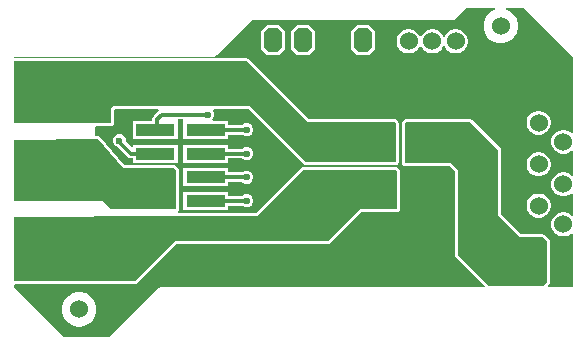
<source format=gbr>
%TF.GenerationSoftware,Altium Limited,Altium Designer,23.6.0 (18)*%
G04 Layer_Physical_Order=2*
G04 Layer_Color=16711680*
%FSLAX45Y45*%
%MOMM*%
%TF.SameCoordinates,E8FE7F88-156A-4670-BA50-05D3EA163389*%
%TF.FilePolarity,Positive*%
%TF.FileFunction,Copper,L2,Bot,Signal*%
%TF.Part,Single*%
G01*
G75*
%TA.AperFunction,Conductor*%
%ADD12C,0.30000*%
%TA.AperFunction,ViaPad*%
%ADD15C,1.52400*%
%TA.AperFunction,ComponentPad*%
G04:AMPARAMS|DCode=16|XSize=2.032mm|YSize=1.524mm|CornerRadius=0mm|HoleSize=0mm|Usage=FLASHONLY|Rotation=90.000|XOffset=0mm|YOffset=0mm|HoleType=Round|Shape=Octagon|*
%AMOCTAGOND16*
4,1,8,0.38100,1.01600,-0.38100,1.01600,-0.76200,0.63500,-0.76200,-0.63500,-0.38100,-1.01600,0.38100,-1.01600,0.76200,-0.63500,0.76200,0.63500,0.38100,1.01600,0.0*
%
%ADD16OCTAGOND16*%

%TA.AperFunction,ViaPad*%
%ADD17C,0.60000*%
%TA.AperFunction,SMDPad,CuDef*%
%ADD18R,3.30000X1.02000*%
G36*
X4771154Y1983909D02*
Y1349124D01*
X4759420Y1344264D01*
X4752384Y1351300D01*
X4729216Y1364676D01*
X4703376Y1371600D01*
X4676624D01*
X4650784Y1364676D01*
X4627616Y1351300D01*
X4608700Y1332384D01*
X4595324Y1309216D01*
X4588400Y1283376D01*
Y1256624D01*
X4595324Y1230784D01*
X4608700Y1207616D01*
X4627616Y1188700D01*
X4650784Y1175324D01*
X4676624Y1168400D01*
X4703376D01*
X4729216Y1175324D01*
X4752384Y1188700D01*
X4759420Y1195736D01*
X4771154Y1190876D01*
Y989124D01*
X4759420Y984264D01*
X4752384Y991300D01*
X4729216Y1004676D01*
X4703376Y1011600D01*
X4676624D01*
X4650784Y1004676D01*
X4627616Y991300D01*
X4608700Y972384D01*
X4595324Y949216D01*
X4588400Y923376D01*
Y896624D01*
X4595324Y870784D01*
X4608700Y847616D01*
X4627616Y828700D01*
X4650784Y815324D01*
X4676624Y808400D01*
X4703376D01*
X4729216Y815324D01*
X4752384Y828700D01*
X4759420Y835736D01*
X4771154Y830876D01*
Y649124D01*
X4759420Y644264D01*
X4752384Y651300D01*
X4729216Y664676D01*
X4703376Y671600D01*
X4676624D01*
X4650784Y664676D01*
X4627616Y651300D01*
X4608700Y632384D01*
X4595324Y609216D01*
X4588400Y583376D01*
Y556624D01*
X4595324Y530784D01*
X4608700Y507616D01*
X4627616Y488700D01*
X4650784Y475324D01*
X4676624Y468400D01*
X4703376D01*
X4729216Y475324D01*
X4752384Y488700D01*
X4759420Y495736D01*
X4771154Y490876D01*
Y38847D01*
X4562065D01*
X4557204Y50580D01*
X4568312Y61688D01*
X4573926Y70090D01*
X4575898Y80000D01*
Y430000D01*
X4573926Y439911D01*
X4568312Y448313D01*
X4538312Y478312D01*
X4529911Y483926D01*
X4520000Y485898D01*
X4330727D01*
X4165898Y650727D01*
Y1200000D01*
X4163926Y1209910D01*
X4158312Y1218312D01*
X3918312Y1458312D01*
X3909910Y1463926D01*
X3900000Y1465897D01*
X3360000D01*
X3350089Y1463926D01*
X3341687Y1458312D01*
X3331688Y1448312D01*
X3326074Y1439911D01*
X3324102Y1430000D01*
Y1090000D01*
X3326074Y1080090D01*
X3331688Y1071688D01*
X3340089Y1066074D01*
X3350000Y1064103D01*
X3729273D01*
X3774102Y1019273D01*
Y310000D01*
X3776074Y300089D01*
X3781688Y291687D01*
X4022795Y50580D01*
X4017935Y38847D01*
X1280000D01*
X1265134Y35889D01*
X1252531Y27469D01*
X843909Y-381153D01*
X456091D01*
X38847Y36091D01*
Y53372D01*
X50000Y64102D01*
X1060000D01*
X1069910Y66074D01*
X1078312Y71688D01*
X1410727Y404102D01*
X2700000D01*
X2709911Y406074D01*
X2718312Y411688D01*
X2980727Y674103D01*
X3280000D01*
X3289911Y676074D01*
X3298312Y681688D01*
X3303926Y690090D01*
X3305898Y700000D01*
Y1020000D01*
X3303926Y1029911D01*
X3298312Y1038312D01*
X3288312Y1048312D01*
X3279911Y1053926D01*
X3270000Y1055898D01*
X2490000D01*
X2480090Y1053926D01*
X2471688Y1048312D01*
X2089273Y665898D01*
X1427540D01*
X1423688Y678598D01*
X1428312Y681688D01*
X1433926Y690090D01*
X1435898Y700000D01*
Y1030000D01*
X1433926Y1039911D01*
X1428312Y1048312D01*
X1408312Y1068312D01*
X1399911Y1073926D01*
X1390000Y1075898D01*
X971846D01*
X770962Y1308304D01*
X770151Y1308935D01*
X769577Y1309785D01*
X766191Y1312019D01*
X762989Y1314513D01*
X762000Y1314786D01*
X761143Y1315351D01*
X757159Y1316120D01*
X753248Y1317198D01*
X752229Y1317071D01*
X751221Y1317266D01*
X736329Y1317181D01*
X728245Y1326976D01*
X728846Y1330000D01*
Y1390000D01*
X727994Y1394285D01*
X736051Y1404102D01*
X860000D01*
X869911Y1406074D01*
X878312Y1411688D01*
X883926Y1420089D01*
X885898Y1430000D01*
Y1539273D01*
X890727Y1544102D01*
X1260426D01*
X1264279Y1531402D01*
X1260874Y1529127D01*
X1220873Y1489127D01*
X1211944Y1475763D01*
X1208809Y1460000D01*
Y1446400D01*
X1046100D01*
Y1293600D01*
X1426900D01*
Y1446399D01*
X1426900D01*
X1427603Y1458809D01*
X1472397D01*
X1473100Y1446399D01*
X1473100D01*
Y1293600D01*
X1853900D01*
Y1328808D01*
X1972844D01*
X1978619Y1323034D01*
X1998980Y1314600D01*
X2021020D01*
X2041381Y1323034D01*
X2056966Y1338618D01*
X2065400Y1358980D01*
Y1381020D01*
X2056966Y1401381D01*
X2041381Y1416966D01*
X2021020Y1425400D01*
X1998980D01*
X1978619Y1416966D01*
X1972844Y1411191D01*
X1853900D01*
Y1446400D01*
X1722708D01*
X1717447Y1459100D01*
X1726966Y1468619D01*
X1735400Y1488980D01*
Y1511020D01*
X1726966Y1531381D01*
X1725978Y1532369D01*
X1730839Y1544102D01*
X2029273D01*
X2491688Y1081688D01*
X2500089Y1076074D01*
X2510000Y1074103D01*
X3270000D01*
X3279911Y1076074D01*
X3288312Y1081688D01*
X3293926Y1090090D01*
X3295898Y1100000D01*
Y1430000D01*
X3293926Y1439911D01*
X3288312Y1448312D01*
X3278312Y1458312D01*
X3269911Y1463926D01*
X3260000Y1465897D01*
X2530727D01*
X2028312Y1968312D01*
X2019911Y1973926D01*
X2010000Y1975897D01*
X38847D01*
Y1991153D01*
X1730000D01*
X1744866Y1994111D01*
X1757469Y2002531D01*
X2056091Y2301153D01*
X3750000D01*
X3764866Y2304110D01*
X3777469Y2312531D01*
X3866091Y2401153D01*
X4113261D01*
X4114933Y2388453D01*
X4103878Y2385491D01*
X4070722Y2366349D01*
X4043651Y2339278D01*
X4024509Y2306122D01*
X4014600Y2269142D01*
Y2230858D01*
X4024509Y2193878D01*
X4043651Y2160722D01*
X4070722Y2133651D01*
X4103878Y2114509D01*
X4140858Y2104600D01*
X4179142D01*
X4216122Y2114509D01*
X4249278Y2133651D01*
X4276349Y2160722D01*
X4295491Y2193878D01*
X4305400Y2230858D01*
Y2269142D01*
X4295491Y2306122D01*
X4276349Y2339278D01*
X4249278Y2366349D01*
X4216122Y2385491D01*
X4205068Y2388453D01*
X4206740Y2401153D01*
X4353910D01*
X4771154Y1983909D01*
D02*
G37*
G36*
X2520000Y1440000D02*
X3260000D01*
X3270000Y1430000D01*
Y1100000D01*
X2510000D01*
X2040000Y1570000D01*
X880000D01*
X860000Y1550000D01*
Y1430000D01*
X38847D01*
Y1950000D01*
X2010000D01*
X2520000Y1440000D01*
D02*
G37*
G36*
X960000Y1050000D02*
X1390000D01*
X1410000Y1030000D01*
Y700000D01*
X860000D01*
X790000Y770000D01*
X38847D01*
Y1287312D01*
X751369Y1291369D01*
X960000Y1050000D01*
D02*
G37*
G36*
X3280000Y1020000D02*
Y700000D01*
X2970000D01*
X2700000Y430000D01*
X1400000D01*
X1060000Y90000D01*
X50000D01*
X38847Y101153D01*
Y631153D01*
X690000D01*
X704866Y634110D01*
X713680Y640000D01*
X2100000D01*
X2490000Y1030000D01*
X3270000D01*
X3280000Y1020000D01*
D02*
G37*
G36*
X4140000Y1200000D02*
Y640000D01*
X4320000Y460000D01*
X4520000D01*
X4550000Y430000D01*
Y80000D01*
X4520000Y50000D01*
X4060000D01*
X3800000Y310000D01*
Y1030000D01*
X3740000Y1090000D01*
X3350000D01*
Y1430000D01*
X3360000Y1440000D01*
X3900000D01*
X4140000Y1200000D01*
D02*
G37*
%LPC*%
G36*
X3793376Y2221600D02*
X3766624D01*
X3740784Y2214677D01*
X3717616Y2201301D01*
X3698699Y2182384D01*
X3687031Y2162175D01*
X3681669Y2160891D01*
X3678331D01*
X3672968Y2162175D01*
X3661300Y2182384D01*
X3642384Y2201301D01*
X3619216Y2214677D01*
X3593376Y2221600D01*
X3566624D01*
X3540784Y2214677D01*
X3517616Y2201301D01*
X3498700Y2182384D01*
X3487032Y2162175D01*
X3481669Y2160891D01*
X3478331D01*
X3472968Y2162175D01*
X3461300Y2182384D01*
X3442384Y2201301D01*
X3419216Y2214677D01*
X3393376Y2221600D01*
X3366624D01*
X3340784Y2214677D01*
X3317616Y2201301D01*
X3298700Y2182384D01*
X3285324Y2159216D01*
X3278400Y2133376D01*
Y2106624D01*
X3285324Y2080784D01*
X3298700Y2057616D01*
X3317616Y2038700D01*
X3340784Y2025324D01*
X3366624Y2018400D01*
X3393376D01*
X3419216Y2025324D01*
X3442384Y2038700D01*
X3461300Y2057616D01*
X3472968Y2077826D01*
X3478331Y2079110D01*
X3481669D01*
X3487032Y2077826D01*
X3498700Y2057616D01*
X3517616Y2038700D01*
X3540784Y2025324D01*
X3566624Y2018400D01*
X3593376D01*
X3619216Y2025324D01*
X3642384Y2038700D01*
X3661300Y2057616D01*
X3672968Y2077826D01*
X3678331Y2079110D01*
X3681669D01*
X3687031Y2077826D01*
X3698699Y2057616D01*
X3717616Y2038700D01*
X3740784Y2025324D01*
X3766624Y2018400D01*
X3793376D01*
X3819216Y2025324D01*
X3842384Y2038700D01*
X3861300Y2057616D01*
X3874676Y2080784D01*
X3881600Y2106624D01*
Y2133376D01*
X3874676Y2159216D01*
X3861300Y2182384D01*
X3842384Y2201301D01*
X3819216Y2214677D01*
X3793376Y2221600D01*
D02*
G37*
G36*
X3040800Y2257000D02*
X2939200D01*
X2888400Y2206200D01*
Y2053800D01*
X2939200Y2003000D01*
X3040800D01*
X3091600Y2053800D01*
Y2206200D01*
X3040800Y2257000D01*
D02*
G37*
G36*
X2532800D02*
X2431200D01*
X2380400Y2206200D01*
Y2053800D01*
X2431200Y2003000D01*
X2532800D01*
X2583600Y2053800D01*
Y2206200D01*
X2532800Y2257000D01*
D02*
G37*
G36*
X2278800D02*
X2177200D01*
X2126400Y2206200D01*
Y2053800D01*
X2177200Y2003000D01*
X2278800D01*
X2329600Y2053800D01*
Y2206200D01*
X2278800Y2257000D01*
D02*
G37*
G36*
X4493376Y1531600D02*
X4466624D01*
X4440784Y1524676D01*
X4417616Y1511301D01*
X4398700Y1492384D01*
X4385324Y1469216D01*
X4378400Y1443376D01*
Y1416624D01*
X4385324Y1390784D01*
X4398700Y1367616D01*
X4417616Y1348700D01*
X4440784Y1335324D01*
X4466624Y1328400D01*
X4493376D01*
X4519216Y1335324D01*
X4542384Y1348700D01*
X4561300Y1367616D01*
X4574676Y1390784D01*
X4581600Y1416624D01*
Y1443376D01*
X4574676Y1469216D01*
X4561300Y1492384D01*
X4542384Y1511301D01*
X4519216Y1524676D01*
X4493376Y1531600D01*
D02*
G37*
G36*
X1853900Y1246400D02*
X1473100D01*
Y1093600D01*
X1853900D01*
Y1128809D01*
X1972844D01*
X1978619Y1123034D01*
X1998980Y1114600D01*
X2021020D01*
X2041381Y1123034D01*
X2056966Y1138618D01*
X2065400Y1158980D01*
Y1181020D01*
X2056966Y1201381D01*
X2041381Y1216966D01*
X2021020Y1225400D01*
X1998980D01*
X1978619Y1216966D01*
X1972844Y1211191D01*
X1853900D01*
Y1246400D01*
D02*
G37*
G36*
X941020Y1335400D02*
X918980D01*
X898618Y1326966D01*
X883034Y1311381D01*
X874600Y1291020D01*
Y1268980D01*
X883034Y1248619D01*
X898618Y1233034D01*
X915850Y1225896D01*
X1000874Y1140873D01*
X1014237Y1131944D01*
X1030000Y1128809D01*
X1046100D01*
Y1093600D01*
X1426900D01*
Y1246400D01*
X1046100D01*
Y1228747D01*
X1034367Y1223887D01*
X985400Y1272854D01*
Y1291020D01*
X976966Y1311381D01*
X961381Y1326966D01*
X941020Y1335400D01*
D02*
G37*
G36*
X4493376Y1181600D02*
X4466624D01*
X4440784Y1174676D01*
X4417616Y1161300D01*
X4398700Y1142384D01*
X4385324Y1119216D01*
X4378400Y1093376D01*
Y1066624D01*
X4385324Y1040784D01*
X4398700Y1017616D01*
X4417616Y998700D01*
X4440784Y985324D01*
X4466624Y978400D01*
X4493376D01*
X4519216Y985324D01*
X4542384Y998700D01*
X4561300Y1017616D01*
X4574676Y1040784D01*
X4581600Y1066624D01*
Y1093376D01*
X4574676Y1119216D01*
X4561300Y1142384D01*
X4542384Y1161300D01*
X4519216Y1174676D01*
X4493376Y1181600D01*
D02*
G37*
G36*
X1853900Y1046400D02*
X1473100D01*
Y893600D01*
X1853900D01*
Y928808D01*
X1972844D01*
X1978619Y923034D01*
X1998980Y914600D01*
X2021020D01*
X2041381Y923034D01*
X2056966Y938618D01*
X2065400Y958980D01*
Y981020D01*
X2056966Y1001381D01*
X2041381Y1016966D01*
X2021020Y1025400D01*
X1998980D01*
X1978619Y1016966D01*
X1972844Y1011191D01*
X1853900D01*
Y1046400D01*
D02*
G37*
G36*
Y846400D02*
X1473100D01*
Y693600D01*
X1853900D01*
Y728809D01*
X1972844D01*
X1978619Y723034D01*
X1998980Y714600D01*
X2021020D01*
X2041381Y723034D01*
X2056966Y738619D01*
X2065400Y758980D01*
Y781020D01*
X2056966Y801381D01*
X2041381Y816966D01*
X2021020Y825400D01*
X1998980D01*
X1978619Y816966D01*
X1972844Y811191D01*
X1853900D01*
Y846400D01*
D02*
G37*
G36*
X4493376Y831600D02*
X4466624D01*
X4440784Y824676D01*
X4417616Y811300D01*
X4398700Y792384D01*
X4385324Y769216D01*
X4378400Y743376D01*
Y716624D01*
X4385324Y690784D01*
X4398700Y667616D01*
X4417616Y648700D01*
X4440784Y635324D01*
X4466624Y628400D01*
X4493376D01*
X4519216Y635324D01*
X4542384Y648700D01*
X4561300Y667616D01*
X4574676Y690784D01*
X4581600Y716624D01*
Y743376D01*
X4574676Y769216D01*
X4561300Y792384D01*
X4542384Y811300D01*
X4519216Y824676D01*
X4493376Y831600D01*
D02*
G37*
G36*
X609142Y-4600D02*
X570858D01*
X533878Y-14509D01*
X500722Y-33651D01*
X473651Y-60722D01*
X454509Y-93878D01*
X444600Y-130858D01*
Y-169142D01*
X454509Y-206122D01*
X473651Y-239278D01*
X500722Y-266349D01*
X533878Y-285491D01*
X570858Y-295400D01*
X609142D01*
X646122Y-285491D01*
X679278Y-266349D01*
X706349Y-239278D01*
X725491Y-206122D01*
X735400Y-169142D01*
Y-130858D01*
X725491Y-93878D01*
X706349Y-60722D01*
X679278Y-33651D01*
X646122Y-14509D01*
X609142Y-4600D01*
D02*
G37*
%LPD*%
D12*
X1663500Y1370000D02*
X2010000D01*
X1663500Y1170000D02*
X2010000D01*
X1663500Y970000D02*
X2010000D01*
X1663500Y770000D02*
X2010000D01*
X1290000Y1500000D02*
X1680000D01*
X1250000Y1460000D02*
X1290000Y1500000D01*
X1250000Y1383500D02*
Y1460000D01*
X1236500Y1370000D02*
X1250000Y1383500D01*
X930000Y1270000D02*
Y1280000D01*
Y1270000D02*
X1030000Y1170000D01*
X1236500D01*
D15*
X3580000Y2120000D02*
D03*
X3380000D02*
D03*
X3780000D02*
D03*
X4690000Y570000D02*
D03*
X4480000Y730000D02*
D03*
Y1430000D02*
D03*
Y1080000D02*
D03*
X4690000Y910000D02*
D03*
Y1270000D02*
D03*
X590000Y-150000D02*
D03*
X4160000Y2250000D02*
D03*
D16*
X2228000Y2130000D02*
D03*
X2482000D02*
D03*
X2736000D02*
D03*
X2990000D02*
D03*
D17*
X3187002Y320000D02*
D03*
X3186996Y160000D02*
D03*
X3347995D02*
D03*
X3348001Y320000D02*
D03*
X3508995Y160000D02*
D03*
X3509001Y320000D02*
D03*
X3669994Y160000D02*
D03*
X3670000Y320000D02*
D03*
X2060006D02*
D03*
X2060000Y160000D02*
D03*
X2220999D02*
D03*
X2221005Y320000D02*
D03*
X2381999Y160000D02*
D03*
X2382005Y320000D02*
D03*
X3026002D02*
D03*
X3025996Y160000D02*
D03*
X2865003Y320000D02*
D03*
X2864997Y160000D02*
D03*
X2704003Y320000D02*
D03*
X2703998Y160000D02*
D03*
X2542998D02*
D03*
X2543004Y320000D02*
D03*
X2010000Y1370000D02*
D03*
Y1170000D02*
D03*
Y970000D02*
D03*
Y770000D02*
D03*
X1680000Y1500000D02*
D03*
X930000Y1280000D02*
D03*
X130000Y890000D02*
D03*
Y1220000D02*
D03*
Y1055000D02*
D03*
Y1530000D02*
D03*
Y1860000D02*
D03*
Y1695000D02*
D03*
X350000Y200000D02*
D03*
Y530000D02*
D03*
Y365000D02*
D03*
Y1055000D02*
D03*
Y1220000D02*
D03*
Y890000D02*
D03*
Y1530000D02*
D03*
Y1860000D02*
D03*
Y1695000D02*
D03*
X569999Y365000D02*
D03*
Y530000D02*
D03*
Y200000D02*
D03*
Y1055000D02*
D03*
Y1220000D02*
D03*
Y890000D02*
D03*
Y1530000D02*
D03*
Y1860000D02*
D03*
Y1695000D02*
D03*
X130000Y530000D02*
D03*
Y365000D02*
D03*
Y200000D02*
D03*
X4429999Y360000D02*
D03*
Y250000D02*
D03*
Y140000D02*
D03*
X4265000Y360000D02*
D03*
Y250000D02*
D03*
Y140000D02*
D03*
X4100000D02*
D03*
Y250000D02*
D03*
Y360000D02*
D03*
Y1970000D02*
D03*
Y1860000D02*
D03*
Y1750000D02*
D03*
X4265000D02*
D03*
Y1860000D02*
D03*
Y1970000D02*
D03*
X4429999Y1750000D02*
D03*
Y1860000D02*
D03*
Y1970000D02*
D03*
D18*
X3096500Y770000D02*
D03*
X3523500D02*
D03*
X3096500Y970000D02*
D03*
X3523500D02*
D03*
X3096500Y1170000D02*
D03*
X3523500D02*
D03*
X3096500Y1370000D02*
D03*
X3523500D02*
D03*
X1663500D02*
D03*
X1236500D02*
D03*
X1663500Y1170000D02*
D03*
X1236500D02*
D03*
X1663500Y970000D02*
D03*
X1236500D02*
D03*
X1663500Y770000D02*
D03*
X1236500D02*
D03*
%TF.MD5,55ba16f54c849e7d8cb5b1e4d1d5c138*%
M02*

</source>
